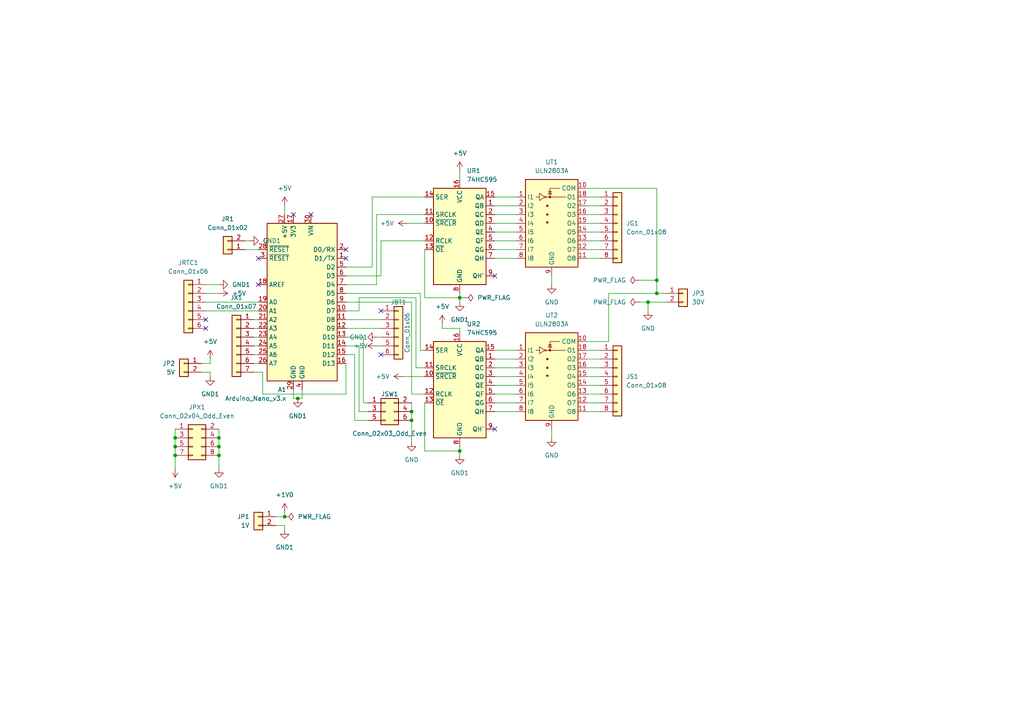
<source format=kicad_sch>
(kicad_sch (version 20211123) (generator eeschema)
  (paper "A4")
  (title_block (title "Divergence Meter - logic board") (date "2022") (company "Projected by Toohka / Okarisu"))
  (lib_symbols
    (symbol "74xx:74HC595"
      (property "Reference" "U" (at -7.62 13.97 0))
      (property "Value" "74HC595" (at -7.62 -16.51 0))
      (symbol "74HC595_1_0"
        (pin tri_state line (at 10.16 7.62 180) (length 2.54) (name "QB") (number "1"))
        (pin input line (at -10.16 2.54 0) (length 2.54) (name "~{SRCLR}") (number "10"))
        (pin input line (at -10.16 5.08 0) (length 2.54) (name "SRCLK") (number "11"))
        (pin input line (at -10.16 -2.54 0) (length 2.54) (name "RCLK") (number "12"))
        (pin input line (at -10.16 -5.08 0) (length 2.54) (name "~{OE}") (number "13"))
        (pin input line (at -10.16 10.16 0) (length 2.54) (name "SER") (number "14"))
        (pin tri_state line (at 10.16 10.16 180) (length 2.54) (name "QA") (number "15"))
        (pin power_in line (at 0 15.24 270) (length 2.54) (name "VCC") (number "16"))
        (pin tri_state line (at 10.16 5.08 180) (length 2.54) (name "QC") (number "2"))
        (pin tri_state line (at 10.16 2.54 180) (length 2.54) (name "QD") (number "3"))
        (pin tri_state line (at 10.16 0 180) (length 2.54) (name "QE") (number "4"))
        (pin tri_state line (at 10.16 -2.54 180) (length 2.54) (name "QF") (number "5"))
        (pin tri_state line (at 10.16 -5.08 180) (length 2.54) (name "QG") (number "6"))
        (pin tri_state line (at 10.16 -7.62 180) (length 2.54) (name "QH") (number "7"))
        (pin power_in line (at 0 -17.78 90) (length 2.54) (name "GND") (number "8"))
        (pin output line (at 10.16 -12.7 180) (length 2.54) (name "QH'") (number "9"))
      )
      (symbol "74HC595_1_1"
        (rectangle (start -7.62 12.7) (end 7.62 -15.24) (stroke (width 0.254)) (fill (type background)))
      )
    )
    (symbol "Connector_Generic:Conn_01x02" (pin_names (offset 1.016) hide)
      (property "Reference" "J" (at 0 2.54 0))
      (property "Value" "Conn_01x02" (at 0 -5.08 0))
      (symbol "Conn_01x02_1_1"
        (rectangle (start -1.27 -2.413) (end 0 -2.667) (stroke (width 0.1524)))
        (rectangle (start -1.27 0.127) (end 0 -0.127) (stroke (width 0.1524)))
        (rectangle (start -1.27 1.27) (end 1.27 -3.81) (stroke (width 0.254)) (fill (type background)))
        (pin passive line (at -5.08 0 0) (length 3.81) (name "Pin_1") (number "1"))
        (pin passive line (at -5.08 -2.54 0) (length 3.81) (name "Pin_2") (number "2"))
      )
    )
    (symbol "Connector_Generic:Conn_01x06" (pin_names (offset 1.016) hide)
      (property "Reference" "J" (at 0 7.62 0))
      (property "Value" "Conn_01x06" (at 0 -10.16 0))
      (symbol "Conn_01x06_1_1"
        (rectangle (start -1.27 -7.493) (end 0 -7.747) (stroke (width 0.1524)))
        (rectangle (start -1.27 -4.953) (end 0 -5.207) (stroke (width 0.1524)))
        (rectangle (start -1.27 -2.413) (end 0 -2.667) (stroke (width 0.1524)))
        (rectangle (start -1.27 0.127) (end 0 -0.127) (stroke (width 0.1524)))
        (rectangle (start -1.27 2.667) (end 0 2.413) (stroke (width 0.1524)))
        (rectangle (start -1.27 5.207) (end 0 4.953) (stroke (width 0.1524)))
        (rectangle (start -1.27 6.35) (end 1.27 -8.89) (stroke (width 0.254)) (fill (type background)))
        (pin passive line (at -5.08 5.08 0) (length 3.81) (name "Pin_1") (number "1"))
        (pin passive line (at -5.08 2.54 0) (length 3.81) (name "Pin_2") (number "2"))
        (pin passive line (at -5.08 0 0) (length 3.81) (name "Pin_3") (number "3"))
        (pin passive line (at -5.08 -2.54 0) (length 3.81) (name "Pin_4") (number "4"))
        (pin passive line (at -5.08 -5.08 0) (length 3.81) (name "Pin_5") (number "5"))
        (pin passive line (at -5.08 -7.62 0) (length 3.81) (name "Pin_6") (number "6"))
      )
    )
    (symbol "Connector_Generic:Conn_01x07" (pin_names (offset 1.016) hide)
      (property "Reference" "J" (at 0 10.16 0))
      (property "Value" "Conn_01x07" (at 0 -10.16 0))
      (symbol "Conn_01x07_1_1"
        (rectangle (start -1.27 -7.493) (end 0 -7.747) (stroke (width 0.1524)))
        (rectangle (start -1.27 -4.953) (end 0 -5.207) (stroke (width 0.1524)))
        (rectangle (start -1.27 -2.413) (end 0 -2.667) (stroke (width 0.1524)))
        (rectangle (start -1.27 0.127) (end 0 -0.127) (stroke (width 0.1524)))
        (rectangle (start -1.27 2.667) (end 0 2.413) (stroke (width 0.1524)))
        (rectangle (start -1.27 5.207) (end 0 4.953) (stroke (width 0.1524)))
        (rectangle (start -1.27 7.747) (end 0 7.493) (stroke (width 0.1524)))
        (rectangle (start -1.27 8.89) (end 1.27 -8.89) (stroke (width 0.254)) (fill (type background)))
        (pin passive line (at -5.08 7.62 0) (length 3.81) (name "Pin_1") (number "1"))
        (pin passive line (at -5.08 5.08 0) (length 3.81) (name "Pin_2") (number "2"))
        (pin passive line (at -5.08 2.54 0) (length 3.81) (name "Pin_3") (number "3"))
        (pin passive line (at -5.08 0 0) (length 3.81) (name "Pin_4") (number "4"))
        (pin passive line (at -5.08 -2.54 0) (length 3.81) (name "Pin_5") (number "5"))
        (pin passive line (at -5.08 -5.08 0) (length 3.81) (name "Pin_6") (number "6"))
        (pin passive line (at -5.08 -7.62 0) (length 3.81) (name "Pin_7") (number "7"))
      )
    )
    (symbol "Connector_Generic:Conn_01x08" (pin_names (offset 1.016) hide)
      (property "Reference" "J" (at 0 10.16 0))
      (property "Value" "Conn_01x08" (at 0 -12.7 0))
      (symbol "Conn_01x08_1_1"
        (rectangle (start -1.27 -10.033) (end 0 -10.287) (stroke (width 0.1524)))
        (rectangle (start -1.27 -7.493) (end 0 -7.747) (stroke (width 0.1524)))
        (rectangle (start -1.27 -4.953) (end 0 -5.207) (stroke (width 0.1524)))
        (rectangle (start -1.27 -2.413) (end 0 -2.667) (stroke (width 0.1524)))
        (rectangle (start -1.27 0.127) (end 0 -0.127) (stroke (width 0.1524)))
        (rectangle (start -1.27 2.667) (end 0 2.413) (stroke (width 0.1524)))
        (rectangle (start -1.27 5.207) (end 0 4.953) (stroke (width 0.1524)))
        (rectangle (start -1.27 7.747) (end 0 7.493) (stroke (width 0.1524)))
        (rectangle (start -1.27 8.89) (end 1.27 -11.43) (stroke (width 0.254)) (fill (type background)))
        (pin passive line (at -5.08 7.62 0) (length 3.81) (name "Pin_1") (number "1"))
        (pin passive line (at -5.08 5.08 0) (length 3.81) (name "Pin_2") (number "2"))
        (pin passive line (at -5.08 2.54 0) (length 3.81) (name "Pin_3") (number "3"))
        (pin passive line (at -5.08 0 0) (length 3.81) (name "Pin_4") (number "4"))
        (pin passive line (at -5.08 -2.54 0) (length 3.81) (name "Pin_5") (number "5"))
        (pin passive line (at -5.08 -5.08 0) (length 3.81) (name "Pin_6") (number "6"))
        (pin passive line (at -5.08 -7.62 0) (length 3.81) (name "Pin_7") (number "7"))
        (pin passive line (at -5.08 -10.16 0) (length 3.81) (name "Pin_8") (number "8"))
      )
    )
    (symbol "Connector_Generic:Conn_02x03_Odd_Even" (pin_names (offset 1.016) hide)
      (property "Reference" "J" (at 1.27 5.08 0))
      (property "Value" "Conn_02x03_Odd_Even" (at 1.27 -5.08 0))
      (symbol "Conn_02x03_Odd_Even_1_1"
        (rectangle (start -1.27 -2.413) (end 0 -2.667) (stroke (width 0.1524)))
        (rectangle (start -1.27 0.127) (end 0 -0.127) (stroke (width 0.1524)))
        (rectangle (start -1.27 2.667) (end 0 2.413) (stroke (width 0.1524)))
        (rectangle (start -1.27 3.81) (end 3.81 -3.81) (stroke (width 0.254)) (fill (type background)))
        (rectangle (start 3.81 -2.413) (end 2.54 -2.667) (stroke (width 0.1524)))
        (rectangle (start 3.81 0.127) (end 2.54 -0.127) (stroke (width 0.1524)))
        (rectangle (start 3.81 2.667) (end 2.54 2.413) (stroke (width 0.1524)))
        (pin passive line (at -5.08 2.54 0) (length 3.81) (name "Pin_1") (number "1"))
        (pin passive line (at 7.62 2.54 180) (length 3.81) (name "Pin_2") (number "2"))
        (pin passive line (at -5.08 0 0) (length 3.81) (name "Pin_3") (number "3"))
        (pin passive line (at 7.62 0 180) (length 3.81) (name "Pin_4") (number "4"))
        (pin passive line (at -5.08 -2.54 0) (length 3.81) (name "Pin_5") (number "5"))
        (pin passive line (at 7.62 -2.54 180) (length 3.81) (name "Pin_6") (number "6"))
      )
    )
    (symbol "Connector_Generic:Conn_02x04_Odd_Even" (pin_names (offset 1.016) hide)
      (property "Reference" "J" (at 1.27 5.08 0))
      (property "Value" "Conn_02x04_Odd_Even" (at 1.27 -7.62 0))
      (symbol "Conn_02x04_Odd_Even_1_1"
        (rectangle (start -1.27 -4.953) (end 0 -5.207) (stroke (width 0.1524)))
        (rectangle (start -1.27 -2.413) (end 0 -2.667) (stroke (width 0.1524)))
        (rectangle (start -1.27 0.127) (end 0 -0.127) (stroke (width 0.1524)))
        (rectangle (start -1.27 2.667) (end 0 2.413) (stroke (width 0.1524)))
        (rectangle (start -1.27 3.81) (end 3.81 -6.35) (stroke (width 0.254)) (fill (type background)))
        (rectangle (start 3.81 -4.953) (end 2.54 -5.207) (stroke (width 0.1524)))
        (rectangle (start 3.81 -2.413) (end 2.54 -2.667) (stroke (width 0.1524)))
        (rectangle (start 3.81 0.127) (end 2.54 -0.127) (stroke (width 0.1524)))
        (rectangle (start 3.81 2.667) (end 2.54 2.413) (stroke (width 0.1524)))
        (pin passive line (at -5.08 2.54 0) (length 3.81) (name "Pin_1") (number "1"))
        (pin passive line (at 7.62 2.54 180) (length 3.81) (name "Pin_2") (number "2"))
        (pin passive line (at -5.08 0 0) (length 3.81) (name "Pin_3") (number "3"))
        (pin passive line (at 7.62 0 180) (length 3.81) (name "Pin_4") (number "4"))
        (pin passive line (at -5.08 -2.54 0) (length 3.81) (name "Pin_5") (number "5"))
        (pin passive line (at 7.62 -2.54 180) (length 3.81) (name "Pin_6") (number "6"))
        (pin passive line (at -5.08 -5.08 0) (length 3.81) (name "Pin_7") (number "7"))
        (pin passive line (at 7.62 -5.08 180) (length 3.81) (name "Pin_8") (number "8"))
      )
    )
    (symbol "MCU_Module:Arduino_Nano_v3.x"
      (property "Reference" "A" (at -10.16 23.495 0))
      (property "Value" "Arduino_Nano_v3.x" (at 5.08 -24.13 0))
      (symbol "Arduino_Nano_v3.x_0_1"
        (rectangle (start -10.16 22.86) (end 10.16 -22.86) (stroke (width 0.254)) (fill (type background)))
      )
      (symbol "Arduino_Nano_v3.x_1_1"
        (pin bidirectional line (at -12.7 12.7 0) (length 2.54) (name "D1/TX") (number "1"))
        (pin bidirectional line (at -12.7 -2.54 0) (length 2.54) (name "D7") (number "10"))
        (pin bidirectional line (at -12.7 -5.08 0) (length 2.54) (name "D8") (number "11"))
        (pin bidirectional line (at -12.7 -7.62 0) (length 2.54) (name "D9") (number "12"))
        (pin bidirectional line (at -12.7 -10.16 0) (length 2.54) (name "D10") (number "13"))
        (pin bidirectional line (at -12.7 -12.7 0) (length 2.54) (name "D11") (number "14"))
        (pin bidirectional line (at -12.7 -15.24 0) (length 2.54) (name "D12") (number "15"))
        (pin bidirectional line (at -12.7 -17.78 0) (length 2.54) (name "D13") (number "16"))
        (pin power_out line (at 2.54 25.4 270) (length 2.54) (name "3V3") (number "17"))
        (pin input line (at 12.7 5.08 180) (length 2.54) (name "AREF") (number "18"))
        (pin bidirectional line (at 12.7 0 180) (length 2.54) (name "A0") (number "19"))
        (pin bidirectional line (at -12.7 15.24 0) (length 2.54) (name "D0/RX") (number "2"))
        (pin bidirectional line (at 12.7 -2.54 180) (length 2.54) (name "A1") (number "20"))
        (pin bidirectional line (at 12.7 -5.08 180) (length 2.54) (name "A2") (number "21"))
        (pin bidirectional line (at 12.7 -7.62 180) (length 2.54) (name "A3") (number "22"))
        (pin bidirectional line (at 12.7 -10.16 180) (length 2.54) (name "A4") (number "23"))
        (pin bidirectional line (at 12.7 -12.7 180) (length 2.54) (name "A5") (number "24"))
        (pin bidirectional line (at 12.7 -15.24 180) (length 2.54) (name "A6") (number "25"))
        (pin bidirectional line (at 12.7 -17.78 180) (length 2.54) (name "A7") (number "26"))
        (pin power_out line (at 5.08 25.4 270) (length 2.54) (name "+5V") (number "27"))
        (pin input line (at 12.7 15.24 180) (length 2.54) (name "~{RESET}") (number "28"))
        (pin power_in line (at 2.54 -25.4 90) (length 2.54) (name "GND") (number "29"))
        (pin input line (at 12.7 12.7 180) (length 2.54) (name "~{RESET}") (number "3"))
        (pin power_in line (at -2.54 25.4 270) (length 2.54) (name "VIN") (number "30"))
        (pin power_in line (at 0 -25.4 90) (length 2.54) (name "GND") (number "4"))
        (pin bidirectional line (at -12.7 10.16 0) (length 2.54) (name "D2") (number "5"))
        (pin bidirectional line (at -12.7 7.62 0) (length 2.54) (name "D3") (number "6"))
        (pin bidirectional line (at -12.7 5.08 0) (length 2.54) (name "D4") (number "7"))
        (pin bidirectional line (at -12.7 2.54 0) (length 2.54) (name "D5") (number "8"))
        (pin bidirectional line (at -12.7 0 0) (length 2.54) (name "D6") (number "9"))
      )
    )
    (symbol "Transistor_Array:ULN2803A"
      (property "Reference" "U" (at 0 13.335 0))
      (property "Value" "ULN2803A" (at 0 11.43 0))
      (symbol "ULN2803A_0_1"
        (rectangle (start -7.62 -15.24) (end 7.62 10.16) (stroke (width 0.254)) (fill (type background)))
        (circle (center -1.778 5.08) (radius 0.254))
        (circle (center -1.27 -2.286) (radius 0.254) (fill (type outline)))
        (circle (center -1.27 0) (radius 0.254) (fill (type outline)))
        (circle (center -1.27 2.54) (radius 0.254) (fill (type outline)))
        (circle (center -0.508 5.08) (radius 0.254) (fill (type outline)))
        (polyline (pts (xy -4.572 5.08) (xy -3.556 5.08)))
        (polyline (pts (xy -1.524 5.08) (xy 4.064 5.08)))
        (polyline (pts (xy 0 6.731) (xy -1.016 6.731)))
        (polyline (pts (xy -0.508 5.08) (xy -0.508 7.62) (xy 2.286 7.62)))
        (polyline (pts (xy -3.556 6.096) (xy -3.556 4.064) (xy -2.032 5.08) (xy -3.556 6.096)))
        (polyline (pts (xy 0 5.969) (xy -1.016 5.969) (xy -0.508 6.731) (xy 0 5.969)))
      )
      (symbol "ULN2803A_1_1"
        (pin input line (at -10.16 5.08 0) (length 2.54) (name "I1") (number "1"))
        (pin passive line (at 10.16 7.62 180) (length 2.54) (name "COM") (number "10"))
        (pin open_collector line (at 10.16 -12.7 180) (length 2.54) (name "O8") (number "11"))
        (pin open_collector line (at 10.16 -10.16 180) (length 2.54) (name "O7") (number "12"))
        (pin open_collector line (at 10.16 -7.62 180) (length 2.54) (name "O6") (number "13"))
        (pin open_collector line (at 10.16 -5.08 180) (length 2.54) (name "O5") (number "14"))
        (pin open_collector line (at 10.16 -2.54 180) (length 2.54) (name "O4") (number "15"))
        (pin open_collector line (at 10.16 0 180) (length 2.54) (name "O3") (number "16"))
        (pin open_collector line (at 10.16 2.54 180) (length 2.54) (name "O2") (number "17"))
        (pin open_collector line (at 10.16 5.08 180) (length 2.54) (name "O1") (number "18"))
        (pin input line (at -10.16 2.54 0) (length 2.54) (name "I2") (number "2"))
        (pin input line (at -10.16 0 0) (length 2.54) (name "I3") (number "3"))
        (pin input line (at -10.16 -2.54 0) (length 2.54) (name "I4") (number "4"))
        (pin input line (at -10.16 -5.08 0) (length 2.54) (name "I5") (number "5"))
        (pin input line (at -10.16 -7.62 0) (length 2.54) (name "I6") (number "6"))
        (pin input line (at -10.16 -10.16 0) (length 2.54) (name "I7") (number "7"))
        (pin input line (at -10.16 -12.7 0) (length 2.54) (name "I8") (number "8"))
        (pin power_in line (at 0 -17.78 90) (length 2.54) (name "GND") (number "9"))
      )
    )
    (symbol "power:+1V0" (power) (pin_names (offset 0))
      (property "Value" "+1V0" (at 0 3.556 0))
      (symbol "+1V0_0_1"
        (polyline (pts (xy -0.762 1.27) (xy 0 2.54)))
        (polyline (pts (xy 0 0) (xy 0 2.54)))
        (polyline (pts (xy 0 2.54) (xy 0.762 1.27)))
      )
      (symbol "+1V0_1_1"
        (pin power_in line (at 0 0 90) (length 0) hide (name "+1V0") (number "1"))
      )
    )
    (symbol "power:+5V" (power) (pin_names (offset 0))
      (property "Value" "+5V" (at 0 3.556 0))
      (symbol "+5V_0_1"
        (polyline (pts (xy -0.762 1.27) (xy 0 2.54)))
        (polyline (pts (xy 0 0) (xy 0 2.54)))
        (polyline (pts (xy 0 2.54) (xy 0.762 1.27)))
      )
      (symbol "+5V_1_1"
        (pin power_in line (at 0 0 90) (length 0) hide (name "+5V") (number "1"))
      )
    )
    (symbol "power:GND" (power) (pin_names (offset 0))
      (property "Value" "GND" (at 0 -3.81 0))
      (symbol "GND_0_1"
        (polyline (pts (xy 0 0) (xy 0 -1.27) (xy 1.27 -1.27) (xy 0 -2.54) (xy -1.27 -1.27) (xy 0 -1.27)))
      )
      (symbol "GND_1_1"
        (pin power_in line (at 0 0 270) (length 0) hide (name "GND") (number "1"))
      )
    )
    (symbol "power:GND1" (power) (pin_names (offset 0))
      (property "Value" "GND1" (at 0 -3.81 0))
      (symbol "GND1_0_1"
        (polyline (pts (xy 0 0) (xy 0 -1.27) (xy 1.27 -1.27) (xy 0 -2.54) (xy -1.27 -1.27) (xy 0 -1.27)))
      )
      (symbol "GND1_1_1"
        (pin power_in line (at 0 0 270) (length 0) hide (name "GND1") (number "1"))
      )
    )
    (symbol "power:PWR_FLAG" (power) (pin_numbers hide) (pin_names (offset 0) hide)
      (property "Value" "PWR_FLAG" (at 0 3.81 0))
      (symbol "PWR_FLAG_0_0"
        (pin power_out line (at 0 0 90) (length 0) (name "pwr") (number "1"))
      )
      (symbol "PWR_FLAG_0_1"
        (polyline (pts (xy 0 0) (xy 0 1.27) (xy -1.016 1.905) (xy 0 2.54) (xy 1.016 1.905) (xy 0 1.27)))
      )
    )
  )
  (junction (at 190.5 81.28))
  (junction (at 133.35 130.81))
  (junction (at 133.35 86.36))
  (junction (at 119.38 121.92))
  (junction (at 63.5 127))
  (junction (at 190.5 85.09))
  (junction (at 119.38 119.38))
  (junction (at 50.8 132.08))
  (junction (at 63.5 129.54))
  (junction (at 50.8 129.54))
  (junction (at 187.96 87.63))
  (junction (at 50.8 127))
  (junction (at 63.5 132.08))
  (junction (at 86.36 115.57))
  (junction (at 82.55 149.86))
  (no_connect (at 74.93 82.55))
  (no_connect (at 74.93 74.93))
  (no_connect (at 110.49 90.17))
  (no_connect (at 90.17 62.23))
  (no_connect (at 110.49 102.87))
  (no_connect (at 100.33 74.93))
  (no_connect (at 85.09 62.23))
  (no_connect (at 100.33 72.39))
  (no_connect (at 143.51 124.46))
  (no_connect (at 143.51 80.01))
  (no_connect (at 59.69 95.25))
  (no_connect (at 59.69 92.71))
  (wire (pts (xy 120.65 86.36) (xy 120.65 106.68)))
  (wire (pts (xy 123.19 130.81) (xy 133.35 130.81)))
  (wire (pts (xy 170.18 62.23) (xy 173.99 62.23)))
  (wire (pts (xy 82.55 59.69) (xy 82.55 62.23)))
  (wire (pts (xy 170.18 114.3) (xy 173.99 114.3)))
  (wire (pts (xy 109.22 100.33) (xy 110.49 100.33)))
  (wire (pts (xy 187.96 90.17) (xy 187.96 87.63)))
  (wire (pts (xy 109.22 97.79) (xy 110.49 97.79)))
  (wire (pts (xy 133.35 129.54) (xy 133.35 130.81)))
  (wire (pts (xy 87.63 113.03) (xy 87.63 115.57)))
  (wire (pts (xy 100.33 90.17) (xy 104.14 90.17)))
  (wire (pts (xy 119.38 116.84) (xy 119.38 119.38)))
  (wire (pts (xy 143.51 62.23) (xy 149.86 62.23)))
  (wire (pts (xy 107.95 77.47) (xy 100.33 77.47)))
  (wire (pts (xy 60.96 104.14) (xy 60.96 105.41)))
  (wire (pts (xy 109.22 82.55) (xy 100.33 82.55)))
  (wire (pts (xy 102.87 102.87) (xy 100.33 102.87)))
  (wire (pts (xy 170.18 57.15) (xy 173.99 57.15)))
  (wire (pts (xy 123.19 72.39) (xy 123.19 86.36)))
  (wire (pts (xy 170.18 72.39) (xy 173.99 72.39)))
  (wire (pts (xy 176.53 85.09) (xy 190.5 85.09)))
  (wire (pts (xy 143.51 111.76) (xy 149.86 111.76)))
  (wire (pts (xy 143.51 119.38) (xy 149.86 119.38)))
  (wire (pts (xy 190.5 81.28) (xy 190.5 85.09)))
  (wire (pts (xy 58.42 107.95) (xy 60.96 107.95)))
  (wire (pts (xy 63.5 124.46) (xy 63.5 127)))
  (wire (pts (xy 63.5 127) (xy 63.5 129.54)))
  (wire (pts (xy 119.38 87.63) (xy 119.38 114.3)))
  (wire (pts (xy 143.51 67.31) (xy 149.86 67.31)))
  (wire (pts (xy 59.69 82.55) (xy 63.5 82.55)))
  (wire (pts (xy 76.2 107.95) (xy 76.2 114.3)))
  (wire (pts (xy 190.5 54.61) (xy 190.5 81.28)))
  (wire (pts (xy 82.55 148.59) (xy 82.55 149.86)))
  (wire (pts (xy 121.92 85.09) (xy 121.92 101.6)))
  (wire (pts (xy 143.51 64.77) (xy 149.86 64.77)))
  (wire (pts (xy 143.51 57.15) (xy 149.86 57.15)))
  (wire (pts (xy 116.84 109.22) (xy 123.19 109.22)))
  (wire (pts (xy 50.8 124.46) (xy 50.8 127)))
  (wire (pts (xy 143.51 104.14) (xy 149.86 104.14)))
  (wire (pts (xy 176.53 99.06) (xy 170.18 99.06)))
  (wire (pts (xy 60.96 107.95) (xy 60.96 109.22)))
  (wire (pts (xy 104.14 100.33) (xy 104.14 119.38)))
  (wire (pts (xy 143.51 106.68) (xy 149.86 106.68)))
  (wire (pts (xy 109.22 62.23) (xy 123.19 62.23)))
  (wire (pts (xy 170.18 74.93) (xy 173.99 74.93)))
  (wire (pts (xy 59.69 85.09) (xy 63.5 85.09)))
  (wire (pts (xy 123.19 116.84) (xy 123.19 130.81)))
  (wire (pts (xy 104.14 119.38) (xy 106.68 119.38)))
  (wire (pts (xy 190.5 85.09) (xy 193.04 85.09)))
  (wire (pts (xy 143.51 109.22) (xy 149.86 109.22)))
  (wire (pts (xy 143.51 59.69) (xy 149.86 59.69)))
  (wire (pts (xy 110.49 69.85) (xy 123.19 69.85)))
  (wire (pts (xy 85.09 113.03) (xy 85.09 115.57)))
  (wire (pts (xy 128.27 95.25) (xy 133.35 95.25)))
  (wire (pts (xy 100.33 92.71) (xy 110.49 92.71)))
  (wire (pts (xy 102.87 121.92) (xy 102.87 102.87)))
  (wire (pts (xy 50.8 129.54) (xy 50.8 132.08)))
  (wire (pts (xy 170.18 116.84) (xy 173.99 116.84)))
  (wire (pts (xy 100.33 95.25) (xy 110.49 95.25)))
  (wire (pts (xy 143.51 69.85) (xy 149.86 69.85)))
  (wire (pts (xy 87.63 115.57) (xy 86.36 115.57)))
  (wire (pts (xy 123.19 101.6) (xy 121.92 101.6)))
  (wire (pts (xy 73.66 107.95) (xy 76.2 107.95)))
  (wire (pts (xy 170.18 106.68) (xy 173.99 106.68)))
  (wire (pts (xy 80.01 149.86) (xy 82.55 149.86)))
  (wire (pts (xy 104.14 90.17) (xy 104.14 86.36)))
  (wire (pts (xy 133.35 86.36) (xy 133.35 87.63)))
  (wire (pts (xy 187.96 87.63) (xy 193.04 87.63)))
  (wire (pts (xy 107.95 57.15) (xy 107.95 77.47)))
  (wire (pts (xy 121.92 85.09) (xy 100.33 85.09)))
  (wire (pts (xy 76.2 114.3) (xy 100.33 114.3)))
  (wire (pts (xy 73.66 102.87) (xy 74.93 102.87)))
  (wire (pts (xy 119.38 119.38) (xy 119.38 121.92)))
  (wire (pts (xy 73.66 92.71) (xy 74.93 92.71)))
  (wire (pts (xy 143.51 72.39) (xy 149.86 72.39)))
  (wire (pts (xy 100.33 87.63) (xy 119.38 87.63)))
  (wire (pts (xy 128.27 93.98) (xy 128.27 95.25)))
  (wire (pts (xy 110.49 80.01) (xy 110.49 69.85)))
  (wire (pts (xy 160.02 80.01) (xy 160.02 82.55)))
  (wire (pts (xy 119.38 114.3) (xy 123.19 114.3)))
  (wire (pts (xy 170.18 109.22) (xy 173.99 109.22)))
  (wire (pts (xy 170.18 104.14) (xy 173.99 104.14)))
  (wire (pts (xy 107.95 57.15) (xy 123.19 57.15)))
  (wire (pts (xy 133.35 86.36) (xy 134.62 86.36)))
  (wire (pts (xy 104.14 86.36) (xy 120.65 86.36)))
  (wire (pts (xy 63.5 132.08) (xy 63.5 135.89)))
  (wire (pts (xy 118.11 64.77) (xy 123.19 64.77)))
  (wire (pts (xy 109.22 62.23) (xy 109.22 82.55)))
  (wire (pts (xy 73.66 95.25) (xy 74.93 95.25)))
  (wire (pts (xy 105.41 97.79) (xy 100.33 97.79)))
  (wire (pts (xy 105.41 116.84) (xy 106.68 116.84)))
  (wire (pts (xy 100.33 105.41) (xy 100.33 114.3)))
  (wire (pts (xy 119.38 121.92) (xy 119.38 128.27)))
  (wire (pts (xy 143.51 74.93) (xy 149.86 74.93)))
  (wire (pts (xy 170.18 111.76) (xy 173.99 111.76)))
  (wire (pts (xy 50.8 127) (xy 50.8 129.54)))
  (wire (pts (xy 102.87 121.92) (xy 106.68 121.92)))
  (wire (pts (xy 170.18 119.38) (xy 173.99 119.38)))
  (wire (pts (xy 133.35 85.09) (xy 133.35 86.36)))
  (wire (pts (xy 100.33 100.33) (xy 104.14 100.33)))
  (wire (pts (xy 58.42 105.41) (xy 60.96 105.41)))
  (wire (pts (xy 85.09 115.57) (xy 86.36 115.57)))
  (wire (pts (xy 80.01 152.4) (xy 82.55 152.4)))
  (wire (pts (xy 105.41 97.79) (xy 105.41 116.84)))
  (wire (pts (xy 185.42 81.28) (xy 190.5 81.28)))
  (wire (pts (xy 133.35 49.53) (xy 133.35 52.07)))
  (wire (pts (xy 170.18 67.31) (xy 173.99 67.31)))
  (wire (pts (xy 73.66 105.41) (xy 74.93 105.41)))
  (wire (pts (xy 143.51 114.3) (xy 149.86 114.3)))
  (wire (pts (xy 185.42 87.63) (xy 187.96 87.63)))
  (wire (pts (xy 71.12 69.85) (xy 72.39 69.85)))
  (wire (pts (xy 143.51 116.84) (xy 149.86 116.84)))
  (wire (pts (xy 143.51 101.6) (xy 149.86 101.6)))
  (wire (pts (xy 63.5 129.54) (xy 63.5 132.08)))
  (wire (pts (xy 73.66 97.79) (xy 74.93 97.79)))
  (wire (pts (xy 133.35 130.81) (xy 133.35 132.08)))
  (wire (pts (xy 160.02 124.46) (xy 160.02 127)))
  (wire (pts (xy 100.33 80.01) (xy 110.49 80.01)))
  (wire (pts (xy 133.35 95.25) (xy 133.35 96.52)))
  (wire (pts (xy 170.18 64.77) (xy 173.99 64.77)))
  (wire (pts (xy 59.69 87.63) (xy 74.93 87.63)))
  (wire (pts (xy 82.55 152.4) (xy 82.55 153.67)))
  (wire (pts (xy 123.19 106.68) (xy 120.65 106.68)))
  (wire (pts (xy 123.19 86.36) (xy 133.35 86.36)))
  (wire (pts (xy 176.53 85.09) (xy 176.53 99.06)))
  (wire (pts (xy 73.66 100.33) (xy 74.93 100.33)))
  (wire (pts (xy 170.18 101.6) (xy 173.99 101.6)))
  (wire (pts (xy 71.12 72.39) (xy 74.93 72.39)))
  (wire (pts (xy 50.8 132.08) (xy 50.8 135.89)))
  (wire (pts (xy 59.69 90.17) (xy 74.93 90.17)))
  (wire (pts (xy 170.18 54.61) (xy 190.5 54.61)))
  (wire (pts (xy 170.18 69.85) (xy 173.99 69.85)))
  (wire (pts (xy 170.18 59.69) (xy 173.99 59.69)))
  (symbol (lib_id "Transistor_Array:ULN2803A") (at 160.02 106.68 0) (unit 1)
    (property "Reference" "UT2" (at 160.02 91.44 0))
    (property "Value" "ULN2803A" (at 160.02 93.98 0))
    (property "Footprint" "ULN2803A:DIP850W46P254L2324H393Q18N" (effects hide))
    (property "Datasheet" "http://www.ti.com/lit/ds/symlink/uln2803a.pdf" (effects hide))
  )
  (symbol (lib_id "MCU_Module:Arduino_Nano_v3.x") (at 87.63 87.63 0) (mirror y) (unit 1)
    (property "Reference" "A1" (at 83.0706 113.03 0) (effects (justify left)))
    (property "Value" "Arduino_Nano_v3.x" (at 83.0706 115.57 0) (effects (justify left)))
    (property "Footprint" "Module:Arduino_Nano" (effects hide))
    (property "Datasheet" "http://www.mouser.com/pdfdocs/Gravitech_Arduino_Nano3_0.pdf" (effects hide))
  )
  (symbol (lib_id "Connector_Generic:Conn_01x02") (at 53.34 105.41 0) (mirror y) (unit 1)
    (property "Reference" "JP2" (at 50.8 105.41 0) (effects (justify left)))
    (property "Value" "5V" (at 50.8 107.95 0) (effects (justify left)))
  )
  (symbol (lib_id "Connector_Generic:Conn_01x07") (at 68.58 100.33 0) (mirror y) (unit 1)
    (property "Reference" "JX1" (at 68.58 86.36 0))
    (property "Value" "Conn_01x07" (at 68.58 88.9 0))
    (property "Footprint" "Connector_PinHeader_2.54mm:PinHeader_1x07_P2.54mm_Vertical" (effects hide))
  )
  (symbol (lib_id "power:+5V") (at 60.96 104.14 0) (unit 1)
    (property "Reference" "#PWR0115" (effects hide))
    (property "Value" "+5V" (at 60.96 99.06 0))
  )
  (symbol (lib_id "74xx:74HC595") (at 133.35 67.31 0) (unit 1)
    (property "Reference" "UR1" (at 135.3694 49.53 0) (effects (justify left)))
    (property "Value" "74HC595" (at 135.3694 52.07 0) (effects (justify left)))
    (property "Footprint" "SN74HC595N:DIP794W53P254L1930H508Q16N" (effects hide))
    (property "Datasheet" "http://www.ti.com/lit/ds/symlink/sn74hc595.pdf" (effects hide))
  )
  (symbol (lib_id "Connector_Generic:Conn_02x04_Odd_Even") (at 55.88 127 0) (unit 1)
    (property "Reference" "JPX1" (at 57.15 118.11 0))
    (property "Value" "Conn_02x04_Odd_Even" (at 57.15 120.65 0))
    (property "Footprint" "Connector_PinHeader_2.54mm:PinHeader_2x04_P2.54mm_Vertical" (effects hide))
  )
  (symbol (lib_id "power:GND1") (at 86.36 115.57 0) (mirror y) (unit 1)
    (property "Reference" "#PWR0111" (effects hide))
    (property "Value" "GND1" (at 86.36 120.65 0))
  )
  (symbol (lib_id "power:+5V") (at 128.27 93.98 0) (unit 1)
    (property "Reference" "#PWR0108" (effects hide))
    (property "Value" "+5V" (at 128.27 88.9 0))
  )
  (symbol (lib_id "power:+5V") (at 109.22 100.33 90) (unit 1)
    (property "Reference" "#PWR0118" (effects hide))
    (property "Value" "+5V" (at 106.68 100.33 90) (effects (justify left)))
  )
  (symbol (lib_id "Connector_Generic:Conn_01x06") (at 54.61 87.63 0) (mirror y) (unit 1)
    (property "Reference" "JRTC1" (at 54.61 76.2 0))
    (property "Value" "Conn_01x06" (at 54.61 78.74 0))
    (property "Footprint" "Connector_PinHeader_2.54mm:PinHeader_1x06_P2.54mm_Vertical" (effects hide))
  )
  (symbol (lib_id "Transistor_Array:ULN2803A") (at 160.02 62.23 0) (unit 1)
    (property "Reference" "UT1" (at 160.02 46.99 0))
    (property "Value" "ULN2803A" (at 160.02 49.53 0))
    (property "Footprint" "ULN2803A:DIP850W46P254L2324H393Q18N" (effects hide))
    (property "Datasheet" "http://www.ti.com/lit/ds/symlink/uln2803a.pdf" (effects hide))
  )
  (symbol (lib_id "power:GND1") (at 60.96 109.22 0) (unit 1)
    (property "Reference" "#PWR0116" (effects hide))
    (property "Value" "GND1" (at 60.96 114.3 0))
  )
  (symbol (lib_id "power:PWR_FLAG") (at 82.55 149.86 270) (unit 1)
    (property "Reference" "#FLG0105" (effects hide))
    (property "Value" "PWR_FLAG" (at 86.36 149.8599 90) (effects (justify left)))
  )
  (symbol (lib_id "power:GND") (at 160.02 82.55 0) (unit 1)
    (property "Reference" "#PWR0104" (effects hide))
    (property "Value" "GND" (at 160.02 87.63 0))
  )
  (symbol (lib_id "power:GND") (at 160.02 127 0) (unit 1)
    (property "Reference" "#PWR0105" (effects hide))
    (property "Value" "GND" (at 160.02 132.08 0))
  )
  (symbol (lib_id "Connector_Generic:Conn_01x06") (at 115.57 95.25 0) (unit 1)
    (property "Reference" "JBT1" (at 115.57 87.63 0))
    (property "Value" "Conn_01x06" (at 118.11 96.52 90))
    (property "Footprint" "Connector_PinHeader_2.54mm:PinHeader_1x06_P2.54mm_Vertical" (effects hide))
  )
  (symbol (lib_id "power:GND1") (at 63.5 82.55 90) (unit 1)
    (property "Reference" "#PWR0112" (effects hide))
    (property "Value" "GND1" (at 67.31 82.5499 90) (effects (justify right)))
  )
  (symbol (lib_id "power:+5V") (at 118.11 64.77 90) (unit 1)
    (property "Reference" "#PWR0106" (effects hide))
    (property "Value" "+5V" (at 114.3 64.7699 90) (effects (justify left)))
  )
  (symbol (lib_id "power:GND1") (at 72.39 69.85 90) (unit 1)
    (property "Reference" "#PWR0119" (effects hide))
    (property "Value" "GND1" (at 76.2 69.8499 90) (effects (justify right)))
  )
  (symbol (lib_id "Connector_Generic:Conn_01x08") (at 179.07 64.77 0) (unit 1)
    (property "Reference" "JG1" (at 181.61 64.7699 0) (effects (justify left)))
    (property "Value" "Conn_01x08" (at 181.61 67.3099 0) (effects (justify left)))
    (property "Footprint" "Connector_PinHeader_2.54mm:PinHeader_1x08_P2.54mm_Vertical" (effects hide))
  )
  (symbol (lib_id "power:+5V") (at 63.5 85.09 270) (unit 1)
    (property "Reference" "#PWR0113" (effects hide))
    (property "Value" "+5V" (at 67.31 85.0899 90) (effects (justify left)))
  )
  (symbol (lib_id "power:GND") (at 187.96 90.17 0) (unit 1)
    (property "Reference" "#PWR0103" (effects hide))
    (property "Value" "GND" (at 187.96 95.25 0))
  )
  (symbol (lib_id "power:GND1") (at 133.35 87.63 0) (unit 1)
    (property "Reference" "#PWR0109" (effects hide))
    (property "Value" "GND1" (at 133.35 92.71 0))
  )
  (symbol (lib_id "power:+5V") (at 116.84 109.22 90) (unit 1)
    (property "Reference" "#PWR0110" (effects hide))
    (property "Value" "+5V" (at 113.03 109.2199 90) (effects (justify left)))
  )
  (symbol (lib_id "Connector_Generic:Conn_01x02") (at 66.04 72.39 180) (unit 1)
    (property "Reference" "JR1" (at 66.04 63.5 0))
    (property "Value" "Conn_01x02" (at 66.04 66.04 0))
    (property "Footprint" "Connector_PinHeader_2.54mm:PinHeader_1x02_P2.54mm_Vertical" (effects hide))
  )
  (symbol (lib_id "power:+5V") (at 82.55 59.69 0) (unit 1)
    (property "Reference" "#PWR0114" (effects hide))
    (property "Value" "+5V" (at 82.55 54.61 0))
  )
  (symbol (lib_id "power:GND1") (at 63.5 135.89 0) (unit 1)
    (property "Reference" "#PWR0123" (effects hide))
    (property "Value" "GND1" (at 63.5 140.97 0))
  )
  (symbol (lib_id "Connector_Generic:Conn_01x02") (at 198.12 85.09 0) (unit 1)
    (property "Reference" "JP3" (at 200.66 85.0899 0) (effects (justify left)))
    (property "Value" "30V" (at 200.66 87.6299 0) (effects (justify left)))
  )
  (symbol (lib_id "power:+1V0") (at 82.55 148.59 0) (unit 1)
    (property "Reference" "#PWR0122" (effects hide))
    (property "Value" "+1V0" (at 82.55 143.51 0))
  )
  (symbol (lib_id "74xx:74HC595") (at 133.35 111.76 0) (unit 1)
    (property "Reference" "UR2" (at 135.3694 93.98 0) (effects (justify left)))
    (property "Value" "74HC595" (at 135.3694 96.52 0) (effects (justify left)))
    (property "Footprint" "SN74HC595N:DIP794W53P254L1930H508Q16N" (effects hide))
    (property "Datasheet" "http://www.ti.com/lit/ds/symlink/sn74hc595.pdf" (effects hide))
  )
  (symbol (lib_id "power:GND") (at 119.38 128.27 0) (unit 1)
    (property "Reference" "#PWR0101" (effects hide))
    (property "Value" "GND" (at 119.38 133.35 0))
  )
  (symbol (lib_id "power:+5V") (at 133.35 49.53 0) (unit 1)
    (property "Reference" "#PWR0107" (effects hide))
    (property "Value" "+5V" (at 133.35 44.45 0))
  )
  (symbol (lib_id "power:GND1") (at 109.22 97.79 270) (unit 1)
    (property "Reference" "#PWR0117" (effects hide))
    (property "Value" "GND1" (at 106.68 97.79 90) (effects (justify right)))
  )
  (symbol (lib_id "power:GND1") (at 82.55 153.67 0) (unit 1)
    (property "Reference" "#PWR0121" (effects hide))
    (property "Value" "GND1" (at 82.55 158.75 0))
  )
  (symbol (lib_id "power:PWR_FLAG") (at 185.42 81.28 90) (unit 1)
    (property "Reference" "#FLG0103" (effects hide))
    (property "Value" "PWR_FLAG" (at 181.61 81.2799 90) (effects (justify left)))
  )
  (symbol (lib_id "Connector_Generic:Conn_02x03_Odd_Even") (at 111.76 119.38 0) (unit 1)
    (property "Reference" "JSW1" (at 113.03 114.3 0))
    (property "Value" "Conn_02x03_Odd_Even" (at 113.03 125.73 0))
    (property "Footprint" "Connector_PinHeader_2.54mm:PinHeader_2x03_P2.54mm_Vertical" (effects hide))
  )
  (symbol (lib_id "Connector_Generic:Conn_01x08") (at 179.07 109.22 0) (unit 1)
    (property "Reference" "JS1" (at 181.61 109.2199 0) (effects (justify left)))
    (property "Value" "Conn_01x08" (at 181.61 111.7599 0) (effects (justify left)))
    (property "Footprint" "Connector_PinHeader_2.54mm:PinHeader_1x08_P2.54mm_Vertical" (effects hide))
  )
  (symbol (lib_id "power:GND1") (at 133.35 132.08 0) (unit 1)
    (property "Reference" "#PWR0102" (effects hide))
    (property "Value" "GND1" (at 133.35 137.16 0))
  )
  (symbol (lib_id "power:+5V") (at 50.8 135.89 180) (unit 1)
    (property "Reference" "#PWR0124" (effects hide))
    (property "Value" "+5V" (at 50.8 140.97 0))
  )
  (symbol (lib_id "power:PWR_FLAG") (at 134.62 86.36 270) (unit 1)
    (property "Reference" "#FLG0102" (effects hide))
    (property "Value" "PWR_FLAG" (at 138.43 86.3599 90) (effects (justify left)))
  )
  (symbol (lib_id "power:PWR_FLAG") (at 185.42 87.63 90) (unit 1)
    (property "Reference" "#FLG0104" (effects hide))
    (property "Value" "PWR_FLAG" (at 181.61 87.6299 90) (effects (justify left)))
  )
  (symbol (lib_id "Connector_Generic:Conn_01x02") (at 74.93 149.86 0) (mirror y) (unit 1)
    (property "Reference" "JP1" (at 72.39 149.86 0) (effects (justify left)))
    (property "Value" "1V" (at 72.39 152.4 0) (effects (justify left)))
  )
)
</source>
